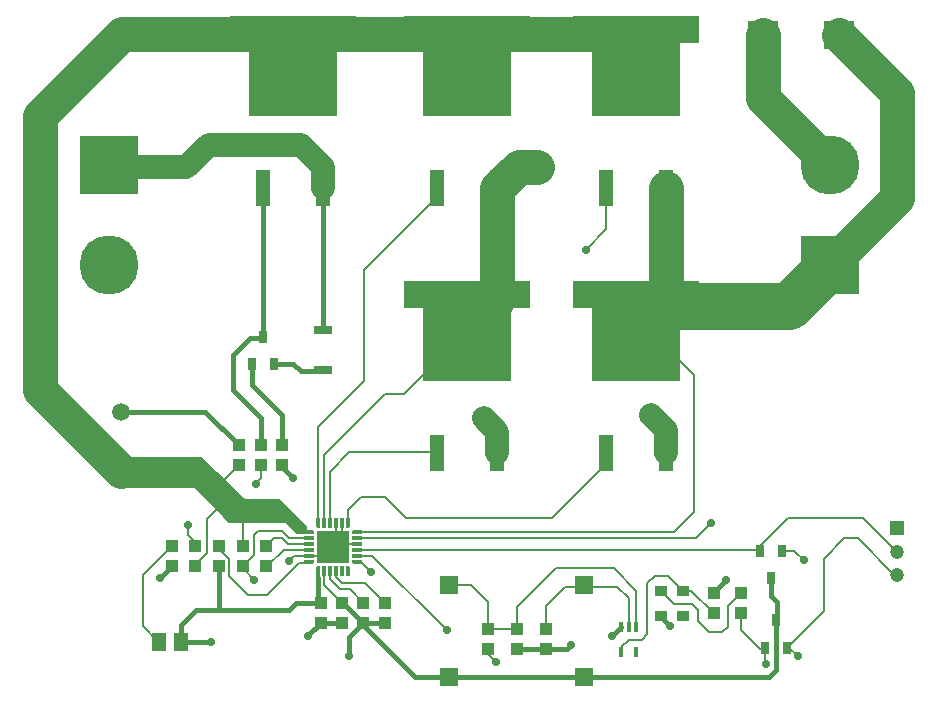
<source format=gbr>
G04 DipTrace 3.2.0.0*
G04 shoulder_mc_pcb_Top.gbr*
%MOMM*%
G04 #@! TF.FileFunction,Copper,L1,Top*
G04 #@! TF.Part,Single*
%AMOUTLINE0*
4,1,8,
5.3,1.975,
3.75,1.975,
3.75,-4.225,
-3.75,-4.225,
-3.75,1.975,
-5.3,1.975,
-5.3,4.225,
5.3,4.225,
5.3,1.975,
0*%
%AMOUTLINE3*
4,1,5,
-0.15,-0.425,
-0.15,0.425,
0.05,0.425,
0.15,0.325,
0.15,-0.425,
-0.15,-0.425,
0*%
%AMOUTLINE6*
4,1,5,
0.15,-0.425,
0.15,0.425,
-0.15,0.425,
-0.15,-0.325,
-0.05,-0.425,
0.15,-0.425,
0*%
%AMOUTLINE9*
4,1,5,
-0.425,-0.15,
0.425,-0.15,
0.425,0.05,
0.325,0.15,
-0.425,0.15,
-0.425,-0.15,
0*%
%AMOUTLINE12*
4,1,5,
0.425,0.15,
-0.425,0.15,
-0.425,-0.05,
-0.325,-0.15,
0.425,-0.15,
0.425,0.15,
0*%
%AMOUTLINE15*
4,1,5,
0.15,0.425,
0.15,-0.425,
-0.15,-0.425,
-0.15,0.325,
-0.05,0.425,
0.15,0.425,
0*%
%AMOUTLINE18*
4,1,5,
-0.15,-0.425,
-0.15,0.425,
0.15,0.425,
0.15,-0.325,
0.05,-0.425,
-0.15,-0.425,
0*%
%AMOUTLINE21*
4,1,5,
-0.425,0.15,
0.425,0.15,
0.425,-0.05,
0.325,-0.15,
-0.425,-0.15,
-0.425,0.15,
0*%
%AMOUTLINE24*
4,1,5,
0.425,-0.15,
-0.425,-0.15,
-0.425,0.05,
-0.325,0.15,
0.425,0.15,
0.425,-0.15,
0*%
G04 #@! TA.AperFunction,Conductor*
%ADD13C,0.3*%
%ADD14C,0.4*%
%ADD15C,0.2*%
G04 #@! TA.AperFunction,ViaPad*
%ADD16C,2.0*%
G04 #@! TA.AperFunction,Conductor*
%ADD17C,3.0*%
%ADD18C,4.0*%
G04 #@! TA.AperFunction,CopperBalancing*
%ADD20C,0.635*%
%ADD21R,1.5X1.5*%
%ADD22R,1.0X1.1*%
G04 #@! TA.AperFunction,ComponentPad*
%ADD23C,1.5*%
%ADD24R,2.6X2.4*%
%ADD26R,1.6X0.8*%
%ADD27R,1.3X1.5*%
G04 #@! TA.AperFunction,ComponentPad*
%ADD28R,1.2X1.2*%
%ADD29C,1.2*%
%ADD30R,5.0X5.0*%
%ADD31C,5.0*%
%ADD33R,0.65X1.05*%
%ADD34R,1.3X3.1*%
%ADD36R,0.85X0.3*%
%ADD37R,0.3X0.85*%
%ADD38R,2.8X2.8*%
%ADD40R,0.4X0.9*%
%ADD41R,1.0X0.9*%
G04 #@! TA.AperFunction,ViaPad*
%ADD42C,0.7*%
%ADD88OUTLINE0*%
%ADD91OUTLINE3*%
%ADD94OUTLINE6*%
%ADD97OUTLINE9*%
%ADD100OUTLINE12*%
%ADD103OUTLINE15*%
%ADD106OUTLINE18*%
%ADD109OUTLINE21*%
%ADD112OUTLINE24*%
%FSLAX35Y35*%
G04*
G71*
G90*
G75*
G01*
G04 Top*
%LPD*%
X2720000Y1090000D2*
D13*
Y1027500D1*
D14*
Y840000D1*
X2740000Y820000D1*
X1560000Y490000D2*
X1807487D1*
X1809560Y492073D1*
X2740000Y820000D2*
X2534320D1*
X2476240Y761920D1*
X1880000D1*
X1682573D1*
X1555587Y634933D1*
Y494413D1*
X1560000Y490000D1*
X1880000Y1130000D2*
Y761920D1*
X3048000Y1267000D2*
D15*
X6453000D1*
X6460000Y1260000D1*
Y1300627D1*
X6699250Y1539877D1*
X7336000D1*
X7622377Y1253500D1*
X2984500Y365127D2*
D14*
Y532500D1*
X3102000Y650000D1*
X2770000Y1090000D2*
D15*
Y971000D1*
X2921000Y820000D1*
D14*
X2932000D1*
X3102000Y650000D1*
X3283000D1*
X3825473Y188273D2*
X4870907D1*
X4968353D1*
X3102000Y650000D2*
Y628233D1*
X3541960Y188273D1*
X3825473D1*
X6555000Y1030000D2*
Y873720D1*
X6603307Y825413D1*
Y675387D1*
X6597920Y670000D1*
X4968353Y188273D2*
X6537607D1*
X6597920Y248587D1*
Y670000D1*
X4402943Y427500D2*
X4650887D1*
X2740000Y650000D2*
X2921000D1*
X1047750Y2436750D2*
X1765500D1*
X2047873Y2154377D1*
X1480000Y1130000D2*
X1381877Y1031877D1*
X1381123D1*
X4238000Y2089000D2*
D16*
Y2270067D1*
X4127067Y2381000D1*
X5668000Y2089000D2*
Y2284540D1*
X5539793Y2412747D1*
X2413000Y1984377D2*
D14*
Y1968500D1*
X2508250Y1873250D1*
X2635250Y539750D2*
Y545250D1*
X2740000Y650000D1*
X4650887Y427500D2*
X4824873D1*
X4857750Y460377D1*
X5282807Y619060D2*
X5207000Y539750D1*
X5619160Y710653D2*
Y699090D1*
X5699123Y619127D1*
X6070823Y900653D2*
Y911450D1*
X6175373Y1016000D1*
X2642000Y1217000D2*
D15*
X2518750D1*
X2476500Y1174750D1*
X2870000Y1494000D2*
Y1346000D1*
X2794000Y1270000D1*
X2920000Y1494000D2*
Y1286877D1*
X2936877Y1270000D1*
X2794000D1*
X3048000Y1317000D2*
X2841000D1*
X2794000Y1270000D1*
X2642000Y1217000D2*
X2770000D1*
X2845000Y1292000D1*
X7130033Y5630000D2*
D17*
X7620000Y5140033D1*
Y4250000D1*
X7050000Y3680000D1*
X5414000Y3121500D2*
D18*
Y3333400D1*
X6703400D1*
X7050000Y3680000D1*
X5668000Y4329000D2*
D17*
Y3375500D1*
X5414000Y3121500D1*
X3048000Y1417000D2*
D15*
X5735000D1*
X5904880Y1586880D1*
Y2746993D1*
X5530373Y3121500D1*
X5414000D1*
X6490000Y5630000D2*
D17*
Y5090000D1*
X7050000Y4530000D1*
X6492873Y5627123D2*
D16*
X6490000Y5630000D1*
X4238000Y4329000D2*
D17*
Y3375500D1*
X3984000Y3121500D1*
X2770000Y1494000D2*
D15*
Y2071503D1*
X3286123Y2587627D1*
X3450127D1*
X3984000Y3121500D1*
X4238000Y4329000D2*
D17*
X4417500Y4508500D1*
X4572000D1*
X5619160Y920653D2*
D15*
X5730273Y809540D1*
X5889007D1*
X5936627Y761920D1*
Y666680D1*
X6031867Y571440D1*
X6142980D1*
X6190600Y619060D1*
Y790513D1*
X6300740Y900653D1*
X4155000Y427500D2*
Y385250D1*
X4222750Y317500D1*
X6650000Y1260000D2*
X6750000D1*
X6830000Y1180000D1*
X6502920Y440000D2*
Y307080D1*
X6510000Y300000D1*
X6300740Y730653D2*
Y588287D1*
X6460447Y428580D1*
X6491500D1*
X6502920Y440000D1*
X3730000Y4329000D2*
Y4253820D1*
X3111500Y3635320D1*
Y2698750D1*
X2720000Y2307250D1*
Y1494000D1*
X2970000D2*
Y1604750D1*
X3079750Y1714500D1*
X3286127D1*
X3460750Y1539877D1*
X4698670D1*
X5111213Y1952420D1*
X5160000D1*
Y2089000D1*
X2820000Y1494000D2*
Y1931000D1*
X2984280Y2095280D1*
X3723720D1*
X3730000Y2089000D1*
X2080000Y1130000D2*
X2082497D1*
X2174873Y1222377D1*
Y1397000D1*
X2206623Y1428750D1*
X2413000D1*
X2476500Y1365250D1*
X2640250D1*
X2642000Y1367000D1*
X2080000Y1130000D2*
Y1110540D1*
X2174647Y1015893D1*
X2238373Y1984377D2*
Y1873287D1*
X2190520Y1825433D1*
X2280000Y1300000D2*
X2284250D1*
X2349500Y1365250D1*
X2413000D1*
X2460623Y1317627D1*
X2641373D1*
X2642000Y1317000D1*
X2280000Y1130000D2*
X2288873D1*
X2428873Y1270000D1*
X2639000D1*
X2642000Y1267000D1*
X1370000Y490000D2*
X1367377D1*
X1238250Y619127D1*
Y1058250D1*
X1480000Y1300000D1*
X4402943Y597500D2*
X4155000D1*
X4402943D2*
Y783823D1*
X4730253Y1111133D1*
X5222327D1*
X5412807Y920653D1*
Y619060D1*
X4155000Y597500D2*
Y829227D1*
X4015953Y968273D1*
X3825473D1*
X1880000Y1300000D2*
Y1279127D1*
X1968500Y1190627D1*
Y1047750D1*
X2127343Y888907D1*
X2285903D1*
X2555873Y1158877D1*
X2633877D1*
X2642000Y1167000D1*
X4650887Y597500D2*
Y793667D1*
X4809620Y952400D1*
X4952480D1*
X4968353Y968273D1*
X5347807Y619060D2*
Y858667D1*
X5254073Y952400D1*
X4984227D1*
X4968353Y968273D1*
X5809160Y920653D2*
X5880823D1*
X6070823Y730653D1*
X5282807Y399060D2*
Y441440D1*
X5349313Y507947D1*
X5460427D1*
X5508047Y555567D1*
Y984147D1*
X5571540Y1047640D1*
X5682173D1*
X5809160Y920653D1*
X2159000Y2841627D2*
D14*
Y2667000D1*
X2413000Y2413000D1*
Y2154377D1*
X2349000Y2841627D2*
X2508250D1*
X2571750Y2778127D1*
X2753003D1*
X2762250Y2787373D1*
X2504000Y5361500D2*
D17*
Y5635033D1*
X3984000D1*
Y5361500D1*
Y5635033D2*
X5414000D1*
Y5361500D1*
X1047750Y1936750D2*
D15*
X1539510D1*
X1770040Y1706220D1*
X1863723Y1612537D1*
X1968293Y1507967D1*
X2080000D1*
X2444493D1*
X2539733Y1412727D1*
X2637727D1*
X2642000Y1417000D1*
X2080000Y1300000D2*
Y1507967D1*
X1680000Y1130000D2*
Y1140307D1*
X1777813Y1238120D1*
Y1526627D1*
X1863723Y1612537D1*
X1047750Y1936750D2*
D17*
X365123Y2619377D1*
Y4937123D1*
X1063033Y5635033D1*
X2504000D1*
X2047873Y1984377D2*
D15*
Y1984057D1*
X1770040Y1706220D1*
X3048000Y1367000D2*
X5923123D1*
X6048373Y1492250D1*
X5160000Y4329000D2*
Y3985250D1*
X4984750Y3810000D1*
X2254000Y3071627D2*
D14*
Y4325000D1*
X2250000Y4329000D1*
X2238373Y2154377D2*
Y2381253D1*
X2000250Y2619377D1*
Y2921003D1*
X2143123Y3063877D1*
X2246250D1*
X2254000Y3071627D1*
X2820000Y1090000D2*
D15*
Y1021750D1*
X2905123Y936627D1*
X2985373D1*
X3102000Y820000D1*
X3048000Y1167000D2*
X3083000D1*
X3170000Y1080000D1*
X1680000Y1300000D2*
Y1336250D1*
X1619250Y1397000D1*
Y1476377D1*
X7622377Y1053500D2*
X7598373D1*
X7286623Y1365250D1*
X7175497D1*
X7000873Y1190627D1*
Y747953D1*
X6692920Y440000D1*
X6703750D1*
X6778623Y365127D1*
X3048000Y1217000D2*
X3179913D1*
X3809600Y587313D1*
X2870000Y1090000D2*
Y1035250D1*
X2921000Y984250D1*
X3118750D1*
X3283000Y820000D1*
X950000Y4530000D2*
D16*
Y4508027D1*
X1603207D1*
X1793687Y4698507D1*
X2571480D1*
X2758000Y4511987D1*
Y4329000D1*
D14*
Y3131623D1*
X2762250Y3127373D1*
D42*
X1619250Y1476377D3*
X6830000Y1180000D3*
X3170000Y1080000D3*
X4222750Y317500D3*
X6510000Y300000D3*
X1809560Y492073D3*
X2984500Y365127D3*
X6778623D3*
X3809600Y587313D3*
X2794000Y1270000D3*
X6048373Y1492250D3*
X4984750Y3810000D3*
X2174647Y1015893D3*
X2190520Y1825433D3*
X1381123Y1031877D3*
D16*
X4127067Y2381000D3*
X5539793Y2412747D3*
X4572000Y4508500D3*
D42*
X2508250Y1873250D3*
X2635250Y539750D3*
X4857750Y460377D3*
X5207000Y539750D3*
X5699123Y619127D3*
X6175373Y1016000D3*
X2476500Y1174750D3*
X1105613Y1952960D2*
D20*
X1777327D1*
X1074077Y1889793D2*
X1843317D1*
X1042447Y1826627D2*
X1909397D1*
X1764323Y1763460D2*
X1975477D1*
X1827397Y1700293D2*
X2041467D1*
X1890560Y1637127D2*
X2404773D1*
X1953633Y1573960D2*
X2464383D1*
X2492943Y1510793D2*
X2524067D1*
X2548160Y1449290D2*
X2588447D1*
X2383130Y1666757D1*
X2091230Y1667163D1*
X2084003Y1669030D1*
X2077413Y1672533D1*
X2056693Y1691810D1*
X1717607Y2016153D1*
X1130907Y2016127D1*
X1035583Y1825550D1*
X1685260Y1825527D1*
X1692580Y1824067D1*
X1699357Y1820937D1*
X1705217Y1816313D1*
X1981463Y1539710D1*
X2449460Y1539327D1*
X2456643Y1537300D1*
X2463157Y1533653D1*
X2483443Y1513920D1*
X2548087Y1449277D1*
D22*
X2080000Y1300000D3*
Y1130000D3*
X2047873Y1984377D3*
Y2154377D3*
D21*
X1047750Y1936750D3*
D23*
Y2436750D3*
D22*
X2921000Y820000D3*
Y650000D3*
X2280000Y1130000D3*
Y1300000D3*
X2740000Y650000D3*
Y820000D3*
D24*
X6490000Y5630000D3*
X7130033D3*
D22*
X6070823Y730653D3*
Y900653D3*
D26*
X2762250Y3127373D3*
Y2787373D3*
D27*
X1560000Y490000D3*
X1370000D3*
D28*
X7622377Y1453500D3*
D29*
Y1253500D3*
Y1053500D3*
D30*
X950000Y4530000D3*
D31*
Y3680000D3*
D30*
X7050000D3*
D31*
Y4530000D3*
D33*
X2159000Y2841627D3*
X2349000D3*
X2254000Y3071627D3*
D34*
X2250000Y4329000D3*
X2758000D3*
D88*
X2504000Y5361500D3*
D34*
X5160000Y4329000D3*
X5668000D3*
D88*
X5414000Y5361500D3*
D34*
X3730000Y4329000D3*
X4238000D3*
D88*
X3984000Y5361500D3*
D34*
X5160000Y2089000D3*
X5668000D3*
D88*
X5414000Y3121500D3*
D34*
X3730000Y2089000D3*
X4238000D3*
D88*
X3984000Y3121500D3*
D33*
X6502920Y440000D3*
X6692920D3*
X6597920Y670000D3*
X6650000Y1260000D3*
X6460000D3*
X6555000Y1030000D3*
D22*
X2413000Y1984377D3*
Y2154377D3*
X2238373Y1984377D3*
Y2154377D3*
X1480000Y1130000D3*
Y1300000D3*
X1680000Y1130000D3*
Y1300000D3*
X1880000Y1130000D3*
Y1300000D3*
X3102000Y820000D3*
Y650000D3*
X3283000Y820000D3*
Y650000D3*
X6300740Y900653D3*
Y730653D3*
X4155000Y597500D3*
Y427500D3*
X4402943Y597500D3*
Y427500D3*
X4650887Y597500D3*
Y427500D3*
D21*
X3825473Y968273D3*
Y188273D3*
X4968353Y968273D3*
Y188273D3*
D91*
X2970000Y1090000D3*
D36*
X2642000Y1367000D3*
Y1317000D3*
Y1267000D3*
Y1217000D3*
D37*
X2770000Y1090000D3*
X2820000D3*
X2870000D3*
X2920000D3*
D36*
X3048000Y1217000D3*
Y1267000D3*
Y1317000D3*
Y1367000D3*
D37*
X2920000Y1494000D3*
X2870000D3*
X2820000D3*
X2770000D3*
D38*
X2845000Y1292000D3*
D94*
X2720000Y1494000D3*
D97*
X2642000Y1417000D3*
D100*
X3048000Y1167000D3*
D103*
X2720000Y1090000D3*
D106*
X2970000Y1494000D3*
D109*
X2642000Y1167000D3*
D112*
X3048000Y1417000D3*
D40*
X5412807Y619060D3*
X5347807D3*
X5282807D3*
Y399060D3*
X5412807D3*
D41*
X5619160Y920653D3*
Y710653D3*
X5809160Y920653D3*
Y710653D3*
M02*

</source>
